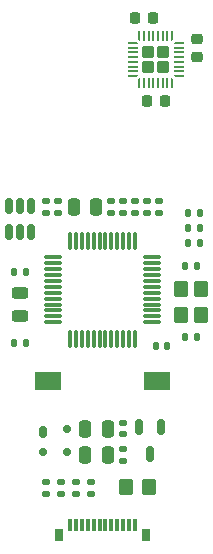
<source format=gbr>
%TF.GenerationSoftware,KiCad,Pcbnew,9.0.0+1*%
%TF.CreationDate,2025-04-22T18:14:47+02:00*%
%TF.ProjectId,ts13_dev_kit,74733133-5f64-4657-965f-6b69742e6b69,rev?*%
%TF.SameCoordinates,Original*%
%TF.FileFunction,Paste,Top*%
%TF.FilePolarity,Positive*%
%FSLAX46Y46*%
G04 Gerber Fmt 4.6, Leading zero omitted, Abs format (unit mm)*
G04 Created by KiCad (PCBNEW 9.0.0+1) date 2025-04-22 18:14:47*
%MOMM*%
%LPD*%
G01*
G04 APERTURE LIST*
G04 Aperture macros list*
%AMRoundRect*
0 Rectangle with rounded corners*
0 $1 Rounding radius*
0 $2 $3 $4 $5 $6 $7 $8 $9 X,Y pos of 4 corners*
0 Add a 4 corners polygon primitive as box body*
4,1,4,$2,$3,$4,$5,$6,$7,$8,$9,$2,$3,0*
0 Add four circle primitives for the rounded corners*
1,1,$1+$1,$2,$3*
1,1,$1+$1,$4,$5*
1,1,$1+$1,$6,$7*
1,1,$1+$1,$8,$9*
0 Add four rect primitives between the rounded corners*
20,1,$1+$1,$2,$3,$4,$5,0*
20,1,$1+$1,$4,$5,$6,$7,0*
20,1,$1+$1,$6,$7,$8,$9,0*
20,1,$1+$1,$8,$9,$2,$3,0*%
%AMFreePoly0*
4,1,14,0.314644,0.085355,0.385355,0.014644,0.400000,-0.020711,0.400000,-0.050000,0.385355,-0.085355,0.350000,-0.100000,-0.350000,-0.100000,-0.385355,-0.085355,-0.400000,-0.050000,-0.400000,0.050000,-0.385355,0.085355,-0.350000,0.100000,0.279289,0.100000,0.314644,0.085355,0.314644,0.085355,$1*%
%AMFreePoly1*
4,1,14,0.385355,0.085355,0.400000,0.050000,0.400000,0.020711,0.385355,-0.014644,0.314644,-0.085355,0.279289,-0.100000,-0.350000,-0.100000,-0.385355,-0.085355,-0.400000,-0.050000,-0.400000,0.050000,-0.385355,0.085355,-0.350000,0.100000,0.350000,0.100000,0.385355,0.085355,0.385355,0.085355,$1*%
%AMFreePoly2*
4,1,14,0.085355,0.385355,0.100000,0.350000,0.100000,-0.350000,0.085355,-0.385355,0.050000,-0.400000,-0.050000,-0.400000,-0.085355,-0.385355,-0.100000,-0.350000,-0.100000,0.279289,-0.085355,0.314644,-0.014644,0.385355,0.020711,0.400000,0.050000,0.400000,0.085355,0.385355,0.085355,0.385355,$1*%
%AMFreePoly3*
4,1,14,0.014644,0.385355,0.085355,0.314644,0.100000,0.279289,0.100000,-0.350000,0.085355,-0.385355,0.050000,-0.400000,-0.050000,-0.400000,-0.085355,-0.385355,-0.100000,-0.350000,-0.100000,0.350000,-0.085355,0.385355,-0.050000,0.400000,-0.020711,0.400000,0.014644,0.385355,0.014644,0.385355,$1*%
%AMFreePoly4*
4,1,14,0.385355,0.085355,0.400000,0.050000,0.400000,-0.050000,0.385355,-0.085355,0.350000,-0.100000,-0.279289,-0.100000,-0.314644,-0.085355,-0.385355,-0.014644,-0.400000,0.020711,-0.400000,0.050000,-0.385355,0.085355,-0.350000,0.100000,0.350000,0.100000,0.385355,0.085355,0.385355,0.085355,$1*%
%AMFreePoly5*
4,1,14,0.385355,0.085355,0.400000,0.050000,0.400000,-0.050000,0.385355,-0.085355,0.350000,-0.100000,-0.350000,-0.100000,-0.385355,-0.085355,-0.400000,-0.050000,-0.400000,-0.020711,-0.385355,0.014644,-0.314644,0.085355,-0.279289,0.100000,0.350000,0.100000,0.385355,0.085355,0.385355,0.085355,$1*%
%AMFreePoly6*
4,1,14,0.085355,0.385355,0.100000,0.350000,0.100000,-0.279289,0.085355,-0.314644,0.014644,-0.385355,-0.020711,-0.400000,-0.050000,-0.400000,-0.085355,-0.385355,-0.100000,-0.350000,-0.100000,0.350000,-0.085355,0.385355,-0.050000,0.400000,0.050000,0.400000,0.085355,0.385355,0.085355,0.385355,$1*%
%AMFreePoly7*
4,1,14,0.085355,0.385355,0.100000,0.350000,0.100000,-0.350000,0.085355,-0.385355,0.050000,-0.400000,0.020711,-0.400000,-0.014644,-0.385355,-0.085355,-0.314644,-0.100000,-0.279289,-0.100000,0.350000,-0.085355,0.385355,-0.050000,0.400000,0.050000,0.400000,0.085355,0.385355,0.085355,0.385355,$1*%
G04 Aperture macros list end*
%ADD10RoundRect,0.135000X-0.185000X0.135000X-0.185000X-0.135000X0.185000X-0.135000X0.185000X0.135000X0*%
%ADD11RoundRect,0.250000X-0.250000X-0.475000X0.250000X-0.475000X0.250000X0.475000X-0.250000X0.475000X0*%
%ADD12RoundRect,0.225000X-0.225000X-0.250000X0.225000X-0.250000X0.225000X0.250000X-0.225000X0.250000X0*%
%ADD13R,0.300000X1.000000*%
%ADD14R,0.800000X1.000000*%
%ADD15RoundRect,0.140000X-0.170000X0.140000X-0.170000X-0.140000X0.170000X-0.140000X0.170000X0.140000X0*%
%ADD16RoundRect,0.150000X-0.150000X0.512500X-0.150000X-0.512500X0.150000X-0.512500X0.150000X0.512500X0*%
%ADD17RoundRect,0.135000X-0.135000X-0.185000X0.135000X-0.185000X0.135000X0.185000X-0.135000X0.185000X0*%
%ADD18R,2.180000X1.600000*%
%ADD19RoundRect,0.140000X0.140000X0.170000X-0.140000X0.170000X-0.140000X-0.170000X0.140000X-0.170000X0*%
%ADD20RoundRect,0.250000X-0.285000X-0.285000X0.285000X-0.285000X0.285000X0.285000X-0.285000X0.285000X0*%
%ADD21FreePoly0,0.000000*%
%ADD22RoundRect,0.050000X-0.350000X-0.050000X0.350000X-0.050000X0.350000X0.050000X-0.350000X0.050000X0*%
%ADD23FreePoly1,0.000000*%
%ADD24FreePoly2,0.000000*%
%ADD25RoundRect,0.050000X-0.050000X-0.350000X0.050000X-0.350000X0.050000X0.350000X-0.050000X0.350000X0*%
%ADD26FreePoly3,0.000000*%
%ADD27FreePoly4,0.000000*%
%ADD28FreePoly5,0.000000*%
%ADD29FreePoly6,0.000000*%
%ADD30FreePoly7,0.000000*%
%ADD31RoundRect,0.250000X0.350000X-0.450000X0.350000X0.450000X-0.350000X0.450000X-0.350000X-0.450000X0*%
%ADD32RoundRect,0.243750X0.456250X-0.243750X0.456250X0.243750X-0.456250X0.243750X-0.456250X-0.243750X0*%
%ADD33RoundRect,0.225000X0.225000X0.250000X-0.225000X0.250000X-0.225000X-0.250000X0.225000X-0.250000X0*%
%ADD34RoundRect,0.225000X0.250000X-0.225000X0.250000X0.225000X-0.250000X0.225000X-0.250000X-0.225000X0*%
%ADD35RoundRect,0.075000X0.662500X0.075000X-0.662500X0.075000X-0.662500X-0.075000X0.662500X-0.075000X0*%
%ADD36RoundRect,0.075000X0.075000X0.662500X-0.075000X0.662500X-0.075000X-0.662500X0.075000X-0.662500X0*%
%ADD37RoundRect,0.135000X0.185000X-0.135000X0.185000X0.135000X-0.185000X0.135000X-0.185000X-0.135000X0*%
%ADD38RoundRect,0.250000X-0.350000X-0.450000X0.350000X-0.450000X0.350000X0.450000X-0.350000X0.450000X0*%
%ADD39RoundRect,0.250000X0.250000X0.475000X-0.250000X0.475000X-0.250000X-0.475000X0.250000X-0.475000X0*%
%ADD40RoundRect,0.150000X0.150000X-0.512500X0.150000X0.512500X-0.150000X0.512500X-0.150000X-0.512500X0*%
%ADD41RoundRect,0.140000X-0.140000X-0.170000X0.140000X-0.170000X0.140000X0.170000X-0.140000X0.170000X0*%
%ADD42RoundRect,0.135000X0.135000X0.185000X-0.135000X0.185000X-0.135000X-0.185000X0.135000X-0.185000X0*%
%ADD43RoundRect,0.175000X-0.175000X-0.325000X0.175000X-0.325000X0.175000X0.325000X-0.175000X0.325000X0*%
%ADD44RoundRect,0.150000X-0.200000X-0.150000X0.200000X-0.150000X0.200000X0.150000X-0.200000X0.150000X0*%
G04 APERTURE END LIST*
D10*
%TO.C,R7*%
X134750000Y-66940000D03*
X134750000Y-67960000D03*
%TD*%
%TO.C,R3*%
X131750000Y-66940000D03*
X131750000Y-67960000D03*
%TD*%
%TO.C,R5*%
X133750000Y-66940000D03*
X133750000Y-67960000D03*
%TD*%
%TO.C,R2*%
X130750000Y-66940000D03*
X130750000Y-67960000D03*
%TD*%
%TO.C,R4*%
X132750000Y-66940000D03*
X132750000Y-67960000D03*
%TD*%
D11*
%TO.C,C14*%
X127550000Y-67500000D03*
X129450000Y-67500000D03*
%TD*%
D12*
%TO.C,C2*%
X133725000Y-58500000D03*
X135275000Y-58500000D03*
%TD*%
D13*
%TO.C,J1*%
X132750000Y-94440000D03*
X132240000Y-94440000D03*
X131750000Y-94440000D03*
X131250000Y-94440000D03*
X128750000Y-94440000D03*
X128250000Y-94440000D03*
X127750000Y-94440000D03*
X127250000Y-94440000D03*
X129250000Y-94440000D03*
X129750000Y-94440000D03*
X130250000Y-94440000D03*
X130750000Y-94440000D03*
D14*
X126300000Y-95250000D03*
X133700000Y-95250000D03*
%TD*%
D15*
%TO.C,C13*%
X126250000Y-67020000D03*
X126250000Y-67980000D03*
%TD*%
D16*
%TO.C,IC3*%
X134950000Y-86112500D03*
X133050000Y-86112500D03*
X134000000Y-88387500D03*
%TD*%
D17*
%TO.C,R1*%
X137240000Y-69250000D03*
X138260000Y-69250000D03*
%TD*%
D18*
%TO.C,SW1*%
X134590000Y-82250000D03*
X125410000Y-82250000D03*
%TD*%
D19*
%TO.C,C9*%
X135480000Y-79250000D03*
X134520000Y-79250000D03*
%TD*%
D20*
%TO.C,IC1*%
X133840000Y-54340000D03*
X133840000Y-55660000D03*
X135160000Y-54340000D03*
X135160000Y-55660000D03*
D21*
X132550000Y-53600000D03*
D22*
X132550000Y-54000000D03*
X132550000Y-54400000D03*
X132550000Y-54800000D03*
X132550000Y-55200000D03*
X132550000Y-55600000D03*
X132550000Y-56000000D03*
D23*
X132550000Y-56400000D03*
D24*
X133100000Y-56950000D03*
D25*
X133500000Y-56950000D03*
X133900000Y-56950000D03*
X134300000Y-56950000D03*
X134700000Y-56950000D03*
X135100000Y-56950000D03*
X135500000Y-56950000D03*
D26*
X135900000Y-56950000D03*
D27*
X136450000Y-56400000D03*
D22*
X136450000Y-56000000D03*
X136450000Y-55600000D03*
X136450000Y-55200000D03*
X136450000Y-54800000D03*
X136450000Y-54400000D03*
X136450000Y-54000000D03*
D28*
X136450000Y-53600000D03*
D29*
X135900000Y-53050000D03*
D25*
X135500000Y-53050000D03*
X135100000Y-53050000D03*
X134700000Y-53050000D03*
X134300000Y-53050000D03*
X133900000Y-53050000D03*
X133500000Y-53050000D03*
D30*
X133100000Y-53050000D03*
%TD*%
D31*
%TO.C,X1*%
X138350000Y-76600000D03*
X138350000Y-74400000D03*
X136650000Y-74400000D03*
X136650000Y-76600000D03*
%TD*%
D15*
%TO.C,C5*%
X131750000Y-88020000D03*
X131750000Y-88980000D03*
%TD*%
D32*
%TO.C,D1*%
X123000000Y-76687500D03*
X123000000Y-74812500D03*
%TD*%
D17*
%TO.C,R13*%
X122490000Y-73000000D03*
X123510000Y-73000000D03*
%TD*%
D33*
%TO.C,C1*%
X134275000Y-51500000D03*
X132725000Y-51500000D03*
%TD*%
D34*
%TO.C,C3*%
X138000000Y-54775000D03*
X138000000Y-53225000D03*
%TD*%
D19*
%TO.C,C11*%
X137980000Y-78500000D03*
X137020000Y-78500000D03*
%TD*%
D35*
%TO.C,IC2*%
X134162500Y-77250000D03*
X134162500Y-76750000D03*
X134162500Y-76250000D03*
X134162500Y-75750000D03*
X134162500Y-75250000D03*
X134162500Y-74750000D03*
X134162500Y-74250000D03*
X134162500Y-73750000D03*
X134162500Y-73250000D03*
X134162500Y-72750000D03*
X134162500Y-72250000D03*
X134162500Y-71750000D03*
D36*
X132750000Y-70337500D03*
X132250000Y-70337500D03*
X131750000Y-70337500D03*
X131250000Y-70337500D03*
X130750000Y-70337500D03*
X130250000Y-70337500D03*
X129750000Y-70337500D03*
X129250000Y-70337500D03*
X128750000Y-70337500D03*
X128250000Y-70337500D03*
X127750000Y-70337500D03*
X127250000Y-70337500D03*
D35*
X125837500Y-71750000D03*
X125837500Y-72250000D03*
X125837500Y-72750000D03*
X125837500Y-73250000D03*
X125837500Y-73750000D03*
X125837500Y-74250000D03*
X125837500Y-74750000D03*
X125837500Y-75250000D03*
X125837500Y-75750000D03*
X125837500Y-76250000D03*
X125837500Y-76750000D03*
X125837500Y-77250000D03*
D36*
X127250000Y-78662500D03*
X127750000Y-78662500D03*
X128250000Y-78662500D03*
X128750000Y-78662500D03*
X129250000Y-78662500D03*
X129750000Y-78662500D03*
X130250000Y-78662500D03*
X130750000Y-78662500D03*
X131250000Y-78662500D03*
X131750000Y-78662500D03*
X132250000Y-78662500D03*
X132750000Y-78662500D03*
%TD*%
D37*
%TO.C,R12*%
X125250000Y-68010000D03*
X125250000Y-66990000D03*
%TD*%
D38*
%TO.C,F1*%
X131959484Y-91208019D03*
X133959484Y-91208019D03*
%TD*%
D39*
%TO.C,C4*%
X130450000Y-88500000D03*
X128550000Y-88500000D03*
%TD*%
D40*
%TO.C,IC4*%
X122050000Y-69637500D03*
X123000000Y-69637500D03*
X123950000Y-69637500D03*
X123950000Y-67362500D03*
X123000000Y-67362500D03*
X122050000Y-67362500D03*
%TD*%
D37*
%TO.C,R10*%
X126500000Y-91760000D03*
X126500000Y-90740000D03*
%TD*%
D41*
%TO.C,C12*%
X137020000Y-72500000D03*
X137980000Y-72500000D03*
%TD*%
D10*
%TO.C,R11*%
X127750000Y-90740000D03*
X127750000Y-91760000D03*
%TD*%
D41*
%TO.C,C10*%
X137270000Y-70500000D03*
X138230000Y-70500000D03*
%TD*%
D19*
%TO.C,C8*%
X138230000Y-68000000D03*
X137270000Y-68000000D03*
%TD*%
D39*
%TO.C,C7*%
X130450000Y-86250000D03*
X128550000Y-86250000D03*
%TD*%
D15*
%TO.C,C6*%
X131750000Y-85770000D03*
X131750000Y-86730000D03*
%TD*%
D37*
%TO.C,R8*%
X129000000Y-91760000D03*
X129000000Y-90740000D03*
%TD*%
%TO.C,R9*%
X125250000Y-91760000D03*
X125250000Y-90740000D03*
%TD*%
D42*
%TO.C,R6*%
X123510000Y-79000000D03*
X122490000Y-79000000D03*
%TD*%
D43*
%TO.C,D2*%
X125000000Y-86500000D03*
D44*
X125000000Y-88200000D03*
X127000000Y-88200000D03*
X127000000Y-86300000D03*
%TD*%
M02*

</source>
